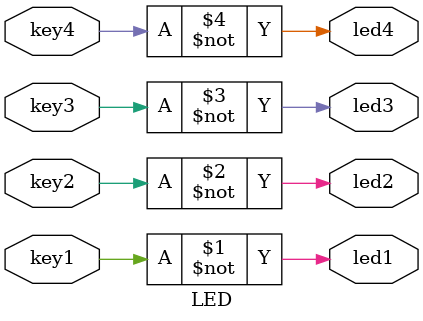
<source format=v>
module LED
(
    input wire key1, key2, key3, key4,
    output wire led1, led2, led3, led4
);
    
    assign led1 = ~key1;
    assign led2 = ~key2;
    assign led3 = ~key3;
    assign led4 = ~key4;

endmodule
</source>
